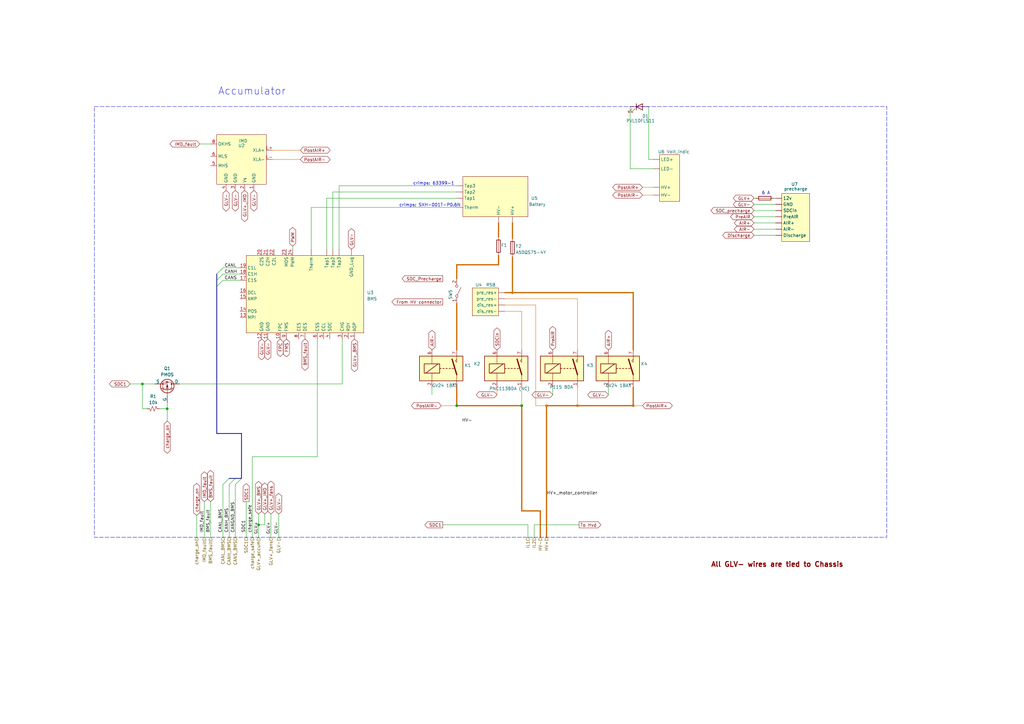
<source format=kicad_sch>
(kicad_sch (version 20231120) (generator "eeschema") (generator_version "8.0")
  (paper "A3")
  (lib_symbols
    (symbol "Device:Fuse" (pin_numbers hide) (pin_names (offset 0))
      (property "Reference" "F" (at 2.032 0 90))
      (property "Value" "Fuse" (at -1.905 0 90))
      (symbol "Fuse_0_1"
        (rectangle (start -0.762 -2.54) (end 0.762 2.54) (stroke (width 0.254)))
        (polyline (pts (xy 0 2.54) (xy 0 -2.54)))
      )
      (symbol "Fuse_1_1"
        (pin passive line (at 0 3.81 270) (length 1.27) (name "~") (number "1"))
        (pin passive line (at 0 -3.81 90) (length 1.27) (name "~") (number "2"))
      )
    )
    (symbol "Device:LED" (pin_numbers hide) (pin_names (offset 1.016) hide)
      (property "Reference" "D" (at 0 2.54 0))
      (property "Value" "LED" (at 0 -2.54 0))
      (symbol "LED_0_1"
        (polyline (pts (xy -1.27 -1.27) (xy -1.27 1.27)) (stroke (width 0.254)))
        (polyline (pts (xy -1.27 0) (xy 1.27 0)))
        (polyline (pts (xy 1.27 -1.27) (xy 1.27 1.27) (xy -1.27 0) (xy 1.27 -1.27)) (stroke (width 0.254)))
        (polyline (pts (xy -3.048 -0.762) (xy -4.572 -2.286) (xy -3.81 -2.286) (xy -4.572 -2.286) (xy -4.572 -1.524)))
        (polyline (pts (xy -1.778 -0.762) (xy -3.302 -2.286) (xy -2.54 -2.286) (xy -3.302 -2.286) (xy -3.302 -1.524)))
      )
      (symbol "LED_1_1"
        (pin passive line (at -3.81 0 0) (length 2.54) (name "K") (number "1"))
        (pin passive line (at 3.81 0 180) (length 2.54) (name "A") (number "2"))
      )
    )
    (symbol "Device:R_Small_US" (pin_numbers hide) (pin_names (offset 0.254) hide)
      (property "Reference" "R" (at 0.762 0.508 0))
      (property "Value" "R_Small_US" (at 0.762 -1.016 0))
      (symbol "R_Small_US_1_1"
        (polyline (pts (xy 0 0) (xy 1.016 -0.381) (xy 0 -0.762) (xy -1.016 -1.143) (xy 0 -1.524)))
        (polyline (pts (xy 0 1.524) (xy 1.016 1.143) (xy 0 0.762) (xy -1.016 0.381) (xy 0 0)))
        (pin passive line (at 0 2.54 270) (length 1.016) (name "~") (number "1"))
        (pin passive line (at 0 -2.54 90) (length 1.016) (name "~") (number "2"))
      )
    )
    (symbol "FSAE:BMS"
      (property "Reference" "U" (at 0 0 0))
      (property "Value" "BMS" (at 0 -3.81 0))
      (symbol "BMS_0_1"
        (rectangle (start -16.51 49.53) (end 15.24 1.27) (fill (type background)))
      )
      (symbol "BMS_1_1"
        (pin bidirectional line (at 17.78 6.35 180) (length 2.54) (name "GND_Lug") (number ""))
        (pin bidirectional line (at 17.78 16.51 180) (length 2.54) (name "Tap1") (number ""))
        (pin bidirectional line (at 17.78 13.97 180) (length 2.54) (name "Tap2") (number ""))
        (pin bidirectional line (at 17.78 11.43 180) (length 2.54) (name "Tap3") (number ""))
        (pin bidirectional line (at 17.78 22.86 180) (length 2.54) (name "Therm") (number ""))
        (pin power_in line (at -19.05 5.08 0) (length 2.54) (name "AOP") (number "1"))
        (pin input line (at -19.05 35.56 0) (length 2.54) (name "FPC") (number "10"))
        (pin bidirectional line (at -19.05 40.64 0) (length 2.54) (name "GND") (number "11"))
        (pin bidirectional line (at -19.05 43.18 0) (length 2.54) (name "GND") (number "12"))
        (pin input line (at -10.16 52.07 270) (length 2.54) (name "MPI") (number "13"))
        (pin input line (at -7.62 52.07 270) (length 2.54) (name "POS") (number "14"))
        (pin output line (at -2.54 52.07 270) (length 2.54) (name "AMP") (number "15"))
        (pin output line (at 0 52.07 270) (length 2.54) (name "DCL") (number "16"))
        (pin bidirectional line (at 5.08 52.07 270) (length 2.54) (name "C1S") (number "17"))
        (pin bidirectional line (at 7.62 52.07 270) (length 2.54) (name "C1H") (number "18"))
        (pin bidirectional line (at 10.16 52.07 270) (length 2.54) (name "C1L") (number "19"))
        (pin power_in line (at -19.05 7.62 0) (length 2.54) (name "RDY") (number "2"))
        (pin bidirectional line (at 17.78 43.18 180) (length 2.54) (name "C2S") (number "20"))
        (pin bidirectional line (at 17.78 40.64 180) (length 2.54) (name "C2H") (number "21"))
        (pin bidirectional line (at 17.78 38.1 180) (length 2.54) (name "C2L") (number "22"))
        (pin output line (at 17.78 33.02 180) (length 2.54) (name "MOS") (number "23"))
        (pin output line (at 17.78 30.48 180) (length 2.54) (name "PWM") (number "24"))
        (pin power_in line (at -19.05 10.16 0) (length 2.54) (name "CHG") (number "3"))
        (pin output line (at -19.05 15.24 0) (length 2.54) (name "SOC") (number "4"))
        (pin output line (at -19.05 17.78 0) (length 2.54) (name "CCL") (number "5"))
        (pin output line (at -19.05 20.32 0) (length 2.54) (name "CSS") (number "6"))
        (pin output line (at -19.05 25.4 0) (length 2.54) (name "DES") (number "7"))
        (pin output line (at -19.05 27.94 0) (length 2.54) (name "CES") (number "8"))
        (pin input line (at -19.05 33.02 0) (length 2.54) (name "FMS") (number "9"))
      )
    )
    (symbol "FSAE:Battery"
      (property "Reference" "U3" (at -13.97 12.7 0))
      (property "Value" "Battery" (at -16.51 15.24 0))
      (symbol "Battery_0_1"
        (rectangle (start -12.7 20.32) (end 13.97 3.81) (fill (type background)))
      )
      (symbol "Battery_1_1"
        (pin bidirectional line (at -6.35 22.86 270) (length 2.54) (name "HV+") (number ""))
        (pin bidirectional line (at -0.635 22.86 270) (length 2.54) (name "HV-") (number ""))
        (pin bidirectional line (at 16.51 12.7 180) (length 2.54) (name "Tap1") (number ""))
        (pin bidirectional line (at 16.51 10.16 180) (length 2.54) (name "Tap2") (number ""))
        (pin bidirectional line (at 16.51 7.62 180) (length 2.54) (name "Tap3") (number ""))
        (pin bidirectional line (at 16.51 16.51 180) (length 2.54) (name "Therm") (number ""))
      )
    )
    (symbol "FSAE:IMD"
      (property "Reference" "U" (at 0 0 0))
      (symbol "IMD_0_1"
        (rectangle (start -8.89 22.86) (end 11.43 2.54) (fill (type background)))
      )
      (symbol "IMD_1_1"
        (pin bidirectional line (at -3.81 25.4 270) (length 2.54) (name "GND") (number "1"))
        (pin power_in line (at 0 25.4 270) (length 2.54) (name "Vs") (number "2"))
        (pin bidirectional line (at 3.81 25.4 270) (length 2.54) (name "GND") (number "3"))
        (pin bidirectional line (at 7.62 25.4 270) (length 2.54) (name "GND") (number "4"))
        (pin output line (at 13.97 15.24 180) (length 2.54) (name "MHS") (number "5"))
        (pin output line (at 13.97 11.43 180) (length 2.54) (name "MLS") (number "6"))
        (pin output line (at 13.97 6.35 180) (length 2.54) (name "OKHS") (number "8"))
        (pin input line (at -11.43 8.89 0) (length 2.54) (name "XLA+") (number "L+"))
        (pin input line (at -11.43 12.7 0) (length 2.54) (name "XLA-") (number "L-"))
      )
    )
    (symbol "Random:Precharge"
      (property "Reference" "U" (at -0.635 8.255 90))
      (symbol "Precharge_1_1"
        (rectangle (start -8.255 6.985) (end 11.43 -4.445) (fill (type background)))
        (pin power_in line (at -6.35 -6.985 90) (length 2.54) (name "12v") (number ""))
        (pin output line (at 3.81 -6.985 90) (length 2.54) (name "AIR+") (number ""))
        (pin output line (at 6.35 -6.985 90) (length 2.54) (name "AIR-") (number ""))
        (pin output line (at 8.89 -6.985 90) (length 2.54) (name "Discharge") (number ""))
        (pin power_in line (at -3.81 -6.985 90) (length 2.54) (name "GND") (number ""))
        (pin output line (at 1.27 -6.985 90) (length 2.54) (name "PreAIR") (number ""))
        (pin input line (at -1.27 -6.985 90) (length 2.54) (name "SDCin") (number ""))
      )
    )
    (symbol "Random:RSB"
      (property "Reference" "U5" (at -5.715 6.985 0))
      (property "Value" "RSB" (at 0.635 6.985 0))
      (symbol "RSB_1_1"
        (rectangle (start -6.985 5.715) (end 3.81 -5.715) (fill (type background)))
        (pin input line (at 6.35 -1.27 180) (length 2.54) (name "dis_res+") (number ""))
        (pin input line (at 6.35 -3.81 180) (length 2.54) (name "dis_res-") (number ""))
        (pin input line (at 6.35 3.81 180) (length 2.54) (name "pre_res+") (number ""))
        (pin input line (at 6.35 1.27 180) (length 2.54) (name "pre_res-") (number ""))
      )
    )
    (symbol "Random:Volt_indic"
      (property "Reference" "U6" (at -11.43 -5.08 90))
      (property "Value" "Volt_indic" (at -11.43 3.81 90))
      (symbol "Volt_indic_1_1"
        (rectangle (start -10.16 4.445) (end 8.89 -3.81) (fill (type background)))
        (pin power_in line (at 3.175 -6.35 90) (length 2.54) (name "HV+") (number ""))
        (pin power_in line (at 6.35 -6.35 90) (length 2.54) (name "HV-") (number ""))
        (pin output line (at -8.255 -6.35 90) (length 2.54) (name "LED+") (number ""))
        (pin output line (at -4.445 -6.35 90) (length 2.54) (name "LED-") (number ""))
      )
    )
    (symbol "Relay:DIPxx-1Axx-11x"
      (property "Reference" "K" (at 8.89 3.81 0))
      (property "Value" "DIPxx-1Axx-11x" (at 8.89 1.27 0))
      (symbol "DIPxx-1Axx-11x_0_0"
        (polyline (pts (xy 5.08 5.08) (xy 5.08 2.54) (xy 4.445 3.175) (xy 5.08 3.81)))
      )
      (symbol "DIPxx-1Axx-11x_0_1"
        (rectangle (start -10.16 5.08) (end 7.62 -5.08) (stroke (width 0.254)) (fill (type background)))
        (rectangle (start -8.255 1.905) (end -1.905 -1.905) (stroke (width 0.254)))
        (polyline (pts (xy -7.62 -1.905) (xy -2.54 1.905)) (stroke (width 0.254)))
        (polyline (pts (xy -5.08 -5.08) (xy -5.08 -1.905)))
        (polyline (pts (xy -5.08 5.08) (xy -5.08 1.905)))
        (polyline (pts (xy -1.905 0) (xy -1.27 0)) (stroke (width 0.254)))
        (polyline (pts (xy -0.635 0) (xy 0 0)) (stroke (width 0.254)))
        (polyline (pts (xy 0.635 0) (xy 1.27 0)) (stroke (width 0.254)))
        (polyline (pts (xy 1.905 0) (xy 2.54 0)) (stroke (width 0.254)))
        (polyline (pts (xy 3.175 0) (xy 3.81 0)) (stroke (width 0.254)))
        (polyline (pts (xy 5.08 -2.54) (xy 3.175 3.81)) (stroke (width 0.508)))
        (polyline (pts (xy 5.08 -2.54) (xy 5.08 -5.08)))
      )
      (symbol "DIPxx-1Axx-11x_1_1"
        (pin passive line (at 5.08 -7.62 90) (length 2.54) (name "~") (number "1"))
        (pin passive line (at 5.08 -7.62 90) (length 2.54) hide (name "~") (number "14"))
        (pin passive line (at -5.08 -7.62 90) (length 2.54) (name "~") (number "2"))
        (pin passive line (at -5.08 7.62 270) (length 2.54) (name "~") (number "6"))
        (pin passive line (at 5.08 7.62 270) (length 2.54) (name "~") (number "7"))
        (pin passive line (at 5.08 7.62 270) (length 2.54) hide (name "~") (number "8"))
      )
    )
    (symbol "Simulation_SPICE:PMOS" (pin_numbers hide) (pin_names (offset 0))
      (property "Reference" "Q" (at 5.08 1.27 0))
      (property "Value" "PMOS" (at 5.08 -1.27 0))
      (symbol "PMOS_0_1"
        (polyline (pts (xy 0.254 0) (xy -2.54 0)))
        (polyline (pts (xy 0.254 1.905) (xy 0.254 -1.905)) (stroke (width 0.254)))
        (polyline (pts (xy 0.762 -1.27) (xy 0.762 -2.286)) (stroke (width 0.254)))
        (polyline (pts (xy 0.762 0.508) (xy 0.762 -0.508)) (stroke (width 0.254)))
        (polyline (pts (xy 0.762 2.286) (xy 0.762 1.27)) (stroke (width 0.254)))
        (polyline (pts (xy 2.54 2.54) (xy 2.54 1.778)))
        (polyline (pts (xy 2.54 -2.54) (xy 2.54 0) (xy 0.762 0)))
        (polyline (pts (xy 0.762 1.778) (xy 3.302 1.778) (xy 3.302 -1.778) (xy 0.762 -1.778)))
        (polyline (pts (xy 2.286 0) (xy 1.27 0.381) (xy 1.27 -0.381) (xy 2.286 0)) (fill (type outline)))
        (polyline (pts (xy 2.794 -0.508) (xy 2.921 -0.381) (xy 3.683 -0.381) (xy 3.81 -0.254)))
        (polyline (pts (xy 3.302 -0.381) (xy 2.921 0.254) (xy 3.683 0.254) (xy 3.302 -0.381)))
        (circle (center 1.651 0) (radius 2.794) (stroke (width 0.254)))
        (circle (center 2.54 -1.778) (radius 0.254) (fill (type outline)))
        (circle (center 2.54 1.778) (radius 0.254) (fill (type outline)))
      )
      (symbol "PMOS_1_1"
        (pin passive line (at 2.54 5.08 270) (length 2.54) (name "D") (number "1"))
        (pin input line (at -5.08 0 0) (length 2.54) (name "G") (number "2"))
        (pin passive line (at 2.54 -5.08 90) (length 2.54) (name "S") (number "3"))
      )
    )
    (symbol "Switch:SW_SPST" (pin_names (offset 0) hide)
      (property "Reference" "SW" (at 0 3.175 0))
      (property "Value" "SW_SPST" (at 0 -2.54 0))
      (symbol "SW_SPST_0_0"
        (circle (center -2.032 0) (radius 0.508))
        (polyline (pts (xy -1.524 0.254) (xy 1.524 1.778)))
        (circle (center 2.032 0) (radius 0.508))
      )
      (symbol "SW_SPST_1_1"
        (pin passive line (at -5.08 0 0) (length 2.54) (name "A") (number "1"))
        (pin passive line (at 5.08 0 180) (length 2.54) (name "B") (number "2"))
      )
    )
  )
  (junction (at 236.855 166.37) (color 204 102 0 1))
  (junction (at 106.045 215.265))
  (junction (at 68.58 167.64))
  (junction (at 213.995 166.37))
  (junction (at 224.155 166.37) (color 204 102 0 1))
  (junction (at 187.325 166.37))
  (junction (at 259.715 166.37) (color 204 102 0 1))
  (junction (at 210.185 120.015) (color 204 102 0 1))
  (junction (at 58.42 157.48))
  (bus_entry (at 93.98 196.215) (size -2.54 2.54))
  (bus_entry (at 91.44 109.855) (size -2.54 2.54))
  (bus_entry (at 96.52 198.755) (size 2.54 -2.54))
  (bus_entry (at 96.52 196.215) (size -2.54 2.54))
  (bus_entry (at 91.44 114.935) (size -2.54 2.54))
  (bus_entry (at 91.44 112.395) (size -2.54 2.54))
  (wire (pts (xy 213.995 209.55) (xy 213.995 166.37)) (stroke (width 0.508) (color 204 102 0 1)))
  (wire (pts (xy 187.325 166.37) (xy 213.995 166.37)) (stroke (width 0.508) (color 204 102 0 1)))
  (wire (pts (xy 136.525 78.74) (xy 187.325 78.74)))
  (wire (pts (xy 263.525 80.01) (xy 267.97 80.01)) (stroke (width 0) (color 204 102 0 1)))
  (wire (pts (xy 317.5 81.28) (xy 318.135 81.28)))
  (bus (pts (xy 88.9 117.475) (xy 88.9 177.8)))
  (wire (pts (xy 91.44 198.755) (xy 91.44 220.345)))
  (wire (pts (xy 226.695 161.925) (xy 226.695 158.75)))
  (bus (pts (xy 99.06 196.215) (xy 99.06 177.8)))
  (wire (pts (xy 68.58 165.1) (xy 68.58 167.64)))
  (wire (pts (xy 111.125 210.82) (xy 111.125 220.345)))
  (wire (pts (xy 210.185 105.41) (xy 210.185 120.015)) (stroke (width 0.508) (color 204 102 0 1)))
  (wire (pts (xy 224.155 166.37) (xy 236.855 166.37)) (stroke (width 0.508) (color 204 102 0 1)))
  (wire (pts (xy 224.155 166.37) (xy 224.155 220.345)) (stroke (width 0.508) (color 204 102 0 1)))
  (wire (pts (xy 127.635 85.09) (xy 127.635 102.235)))
  (wire (pts (xy 207.01 125.095) (xy 219.71 125.095)) (stroke (width 0) (color 204 102 0 1)))
  (wire (pts (xy 114.3 210.82) (xy 114.3 220.345)))
  (wire (pts (xy 81.915 59.055) (xy 86.36 59.055)))
  (wire (pts (xy 210.185 120.015) (xy 259.715 120.015)) (stroke (width 0.508) (color 204 102 0 1)))
  (wire (pts (xy 133.985 81.28) (xy 187.325 81.28)))
  (wire (pts (xy 187.325 108.585) (xy 187.325 114.3)) (stroke (width 0.508) (color 204 102 0 1)))
  (bus (pts (xy 88.9 112.395) (xy 88.9 114.935)))
  (wire (pts (xy 91.44 112.395) (xy 98.425 112.395)))
  (wire (pts (xy 204.47 108.585) (xy 204.47 104.775)) (stroke (width 0.508) (color 204 102 0 1)))
  (wire (pts (xy 108.585 215.265) (xy 106.045 215.265)))
  (wire (pts (xy 91.44 109.855) (xy 98.425 109.855)))
  (wire (pts (xy 58.42 167.64) (xy 60.325 167.64)))
  (wire (pts (xy 130.175 139.065) (xy 130.175 187.325)))
  (wire (pts (xy 309.245 91.44) (xy 318.135 91.44)))
  (wire (pts (xy 309.245 86.36) (xy 318.135 86.36)))
  (wire (pts (xy 180.975 166.37) (xy 187.325 166.37)) (stroke (width 0) (color 204 102 0 1)))
  (wire (pts (xy 91.44 114.935) (xy 98.425 114.935)))
  (wire (pts (xy 221.615 209.55) (xy 221.615 220.345)) (stroke (width 0.508) (color 204 102 0 1)))
  (wire (pts (xy 236.855 122.555) (xy 236.855 143.51)) (stroke (width 0) (color 204 102 0 1)))
  (bus (pts (xy 99.06 177.8) (xy 88.9 177.8)))
  (wire (pts (xy 63.5 157.48) (xy 58.42 157.48)))
  (wire (pts (xy 58.42 157.48) (xy 53.34 157.48)))
  (wire (pts (xy 96.52 198.755) (xy 96.52 220.345)))
  (wire (pts (xy 136.525 78.74) (xy 136.525 102.235)))
  (wire (pts (xy 210.185 91.44) (xy 210.185 97.79)) (stroke (width 0.508) (color 204 102 0 1)))
  (wire (pts (xy 68.58 167.64) (xy 68.58 172.72)))
  (wire (pts (xy 259.715 143.51) (xy 259.715 120.015)) (stroke (width 0.508) (color 204 102 0 1)))
  (wire (pts (xy 258.445 69.215) (xy 267.97 69.215)))
  (wire (pts (xy 236.855 166.37) (xy 236.855 158.75)) (stroke (width 0) (color 204 102 0 1)))
  (wire (pts (xy 309.245 83.82) (xy 318.135 83.82)))
  (wire (pts (xy 103.505 187.325) (xy 103.505 220.345)))
  (wire (pts (xy 187.325 108.585) (xy 204.47 108.585)) (stroke (width 0.508) (color 204 102 0 1)))
  (bus (pts (xy 96.52 196.215) (xy 99.06 196.215)))
  (wire (pts (xy 130.175 187.325) (xy 103.505 187.325)))
  (wire (pts (xy 140.335 157.48) (xy 140.335 139.065)))
  (wire (pts (xy 203.835 158.75) (xy 203.835 161.925)) (stroke (width 0) (color 204 102 0 1)))
  (wire (pts (xy 259.715 158.75) (xy 259.715 166.37)) (stroke (width 0.508) (color 204 102 0 1)))
  (wire (pts (xy 263.525 76.835) (xy 267.97 76.835)) (stroke (width 0) (color 204 102 0 1)))
  (wire (pts (xy 219.075 215.265) (xy 219.075 220.345)))
  (wire (pts (xy 181.61 215.265) (xy 216.535 215.265)))
  (wire (pts (xy 207.01 122.555) (xy 236.855 122.555)) (stroke (width 0) (color 204 102 0 1)))
  (wire (pts (xy 249.555 158.75) (xy 249.555 161.925)))
  (wire (pts (xy 213.995 127.635) (xy 207.01 127.635)) (stroke (width 0) (color 204 102 0 1)))
  (wire (pts (xy 259.715 166.37) (xy 236.855 166.37)) (stroke (width 0.508) (color 204 102 0 1)))
  (wire (pts (xy 221.615 209.55) (xy 213.995 209.55)) (stroke (width 0.508) (color 204 102 0 1)))
  (wire (pts (xy 309.245 88.9) (xy 318.135 88.9)))
  (wire (pts (xy 259.715 166.37) (xy 263.525 166.37)) (stroke (width 0) (color 204 102 0 1)))
  (wire (pts (xy 309.245 81.28) (xy 309.88 81.28)))
  (wire (pts (xy 73.66 157.48) (xy 140.335 157.48)))
  (wire (pts (xy 266.065 43.815) (xy 266.065 65.405)))
  (wire (pts (xy 106.045 210.82) (xy 106.045 215.265)))
  (wire (pts (xy 187.325 124.46) (xy 187.325 143.51)) (stroke (width 0.508) (color 204 102 0 1)))
  (wire (pts (xy 139.065 76.2) (xy 187.325 76.2)))
  (wire (pts (xy 58.42 157.48) (xy 58.42 167.64)))
  (wire (pts (xy 80.645 211.455) (xy 80.645 220.345)))
  (wire (pts (xy 207.01 120.015) (xy 210.185 120.015)) (stroke (width 0.508) (color 204 102 0 1)))
  (wire (pts (xy 309.245 96.52) (xy 318.135 96.52)))
  (bus (pts (xy 88.9 114.935) (xy 88.9 117.475)))
  (wire (pts (xy 86.36 205.74) (xy 86.36 220.345)))
  (wire (pts (xy 204.47 91.44) (xy 204.47 97.155)) (stroke (width 0.508) (color 204 102 0 1)))
  (wire (pts (xy 224.155 166.37) (xy 219.71 166.37)) (stroke (width 0) (color 204 102 0 1)))
  (wire (pts (xy 111.76 61.595) (xy 123.19 61.595)) (stroke (width 0) (color 204 102 0 1)))
  (wire (pts (xy 106.045 215.265) (xy 106.045 220.345)))
  (wire (pts (xy 120.015 100.965) (xy 120.015 102.235)))
  (wire (pts (xy 100.965 205.74) (xy 100.965 220.345)))
  (wire (pts (xy 219.71 125.095) (xy 219.71 166.37)) (stroke (width 0) (color 204 102 0 1)))
  (wire (pts (xy 65.405 167.64) (xy 68.58 167.64)))
  (wire (pts (xy 177.165 158.75) (xy 177.165 161.925)))
  (wire (pts (xy 309.245 93.98) (xy 318.135 93.98)))
  (wire (pts (xy 219.075 215.265) (xy 237.49 215.265)))
  (wire (pts (xy 127.635 85.09) (xy 187.325 85.09)))
  (wire (pts (xy 258.445 69.215) (xy 258.445 43.815)))
  (wire (pts (xy 123.19 65.405) (xy 111.76 65.405)) (stroke (width 0) (color 204 102 0 1)))
  (wire (pts (xy 108.585 210.82) (xy 108.585 215.265)))
  (wire (pts (xy 139.065 102.235) (xy 139.065 76.2)))
  (wire (pts (xy 213.995 166.37) (xy 213.995 158.75)) (stroke (width 0) (color 204 102 0 1)))
  (wire (pts (xy 213.995 143.51) (xy 213.995 127.635)) (stroke (width 0) (color 204 102 0 1)))
  (wire (pts (xy 93.98 198.755) (xy 93.98 220.345)))
  (wire (pts (xy 133.985 102.235) (xy 133.985 81.28)))
  (wire (pts (xy 266.065 65.405) (xy 267.97 65.405)))
  (wire (pts (xy 83.82 205.74) (xy 83.82 220.345)))
  (wire (pts (xy 216.535 215.265) (xy 216.535 220.345)))
  (wire (pts (xy 187.325 158.75) (xy 187.325 166.37)) (stroke (width 0.508) (color 204 102 0 1)))
  (bus (pts (xy 93.98 196.215) (xy 96.52 196.215)))
  (rectangle (start 38.735 43.688) (end 363.728 220.345) (stroke (width 0) (type dash)))
  (text "crimps: 63399-1" (at 169.418 76.073 0) (effects (font (size 1.27 1.27)) (justify left bottom)))
  (text "crimps: SXH-001T-P0.6N\n" (at 163.703 84.963 0) (effects (font (size 1.27 1.27)) (justify left bottom)))
  (text "Accumulator\n" (at 89.408 39.243 0) (effects (font (size 3 3)) (justify left bottom)))
  (text "All GLV- wires are tied to Chassis" (at 318.77 231.648 0) (effects (font (size 2.032 2.032) (thickness 0.4064) (bold yes))))
  (text "6 A\n" (at 312.42 80.01 0) (effects (font (size 1.27 1.27)) (justify left bottom)))
  (label "HV-" (at 193.675 173.355 180))
  (label "CANS" (at 92.075 114.935 0))
  (label "GLV+" (at 106.045 219.075 90))
  (label "CANL_BMS" (at 91.44 218.44 90))
  (label "IMD_fault" (at 83.82 218.44 90))
  (label "SDC1" (at 100.965 218.44 90))
  (label "CANH_BMS" (at 93.98 218.44 90))
  (label "charge_safe" (at 103.505 218.44 90))
  (label "BMS_fault" (at 86.36 218.44 90))
  (label "CANH" (at 92.075 112.395 0))
  (label "GLV-" (at 114.3 219.075 90))
  (label "HV+_motor_controller" (at 224.155 203.2 0))
  (label "GLV+" (at 111.125 219.075 90))
  (label "CANGND_BMS" (at 96.52 218.44 90))
  (label "CANL" (at 92.075 109.855 0))
  (global_label "IMD_fault" (shape bidirectional) (at 81.915 59.055 180) (property "Intersheetrefs" "${INTERSHEET_REFS}" (effects (hide yes))))
  (global_label "charge_on" (shape bidirectional) (at 80.645 211.455 90) (property "Intersheetrefs" "${INTERSHEET_REFS}" (effects (hide yes))))
  (global_label "PostAIR-" (shape bidirectional) (at 180.975 166.37 180) (property "Intersheetrefs" "${INTERSHEET_REFS}" (effects (hide yes))))
  (global_label "SDC1" (shape bidirectional) (at 53.34 157.48 180) (property "Intersheetrefs" "${INTERSHEET_REFS}" (effects (hide yes))))
  (global_label "AIR-" (shape bidirectional) (at 177.165 143.51 90) (property "Intersheetrefs" "${INTERSHEET_REFS}" (effects (hide yes))))
  (global_label "FMS" (shape bidirectional) (at 117.475 139.065 270) (property "Intersheetrefs" "${INTERSHEET_REFS}" (effects (hide yes))))
  (global_label "IMD_fault" (shape bidirectional) (at 83.82 205.74 90) (property "Intersheetrefs" "${INTERSHEET_REFS}" (effects (hide yes))))
  (global_label "GLV-" (shape bidirectional) (at 203.835 161.925 180) (property "Intersheetrefs" "${INTERSHEET_REFS}" (effects (hide yes))))
  (global_label "GLV-" (shape bidirectional) (at 96.52 78.105 270) (property "Intersheetrefs" "${INTERSHEET_REFS}" (effects (hide yes))))
  (global_label "GLV-" (shape bidirectional) (at 309.245 83.82 180) (property "Intersheetrefs" "${INTERSHEET_REFS}" (effects (hide yes))))
  (global_label "AIR+" (shape bidirectional) (at 309.245 91.44 180) (property "Intersheetrefs" "${INTERSHEET_REFS}" (effects (hide yes))))
  (global_label "GLV-" (shape bidirectional) (at 114.3 210.82 90) (property "Intersheetrefs" "${INTERSHEET_REFS}" (effects (hide yes))))
  (global_label "GLV+_BMS" (shape bidirectional) (at 145.415 139.065 270) (property "Intersheetrefs" "${INTERSHEET_REFS}" (effects (hide yes))))
  (global_label "SDC_precharge" (shape bidirectional) (at 309.245 86.36 180) (property "Intersheetrefs" "${INTERSHEET_REFS}" (effects (hide yes))))
  (global_label "AIR+" (shape bidirectional) (at 249.555 143.51 90) (property "Intersheetrefs" "${INTERSHEET_REFS}" (effects (hide yes))))
  (global_label "FPC" (shape bidirectional) (at 114.935 139.065 270) (property "Intersheetrefs" "${INTERSHEET_REFS}" (effects (hide yes))))
  (global_label "To Hvd" (shape output) (at 237.49 215.265 0) (property "Intersheetrefs" "${INTERSHEET_REFS}" (effects (hide yes))))
  (global_label "PreAIR" (shape bidirectional) (at 226.695 143.51 90) (property "Intersheetrefs" "${INTERSHEET_REFS}" (effects (hide yes))))
  (global_label "PostAIR+" (shape bidirectional) (at 263.525 166.37 0) (property "Intersheetrefs" "${INTERSHEET_REFS}" (effects (hide yes))))
  (global_label "SDC1" (shape output) (at 100.965 205.74 90) (property "Intersheetrefs" "${INTERSHEET_REFS}" (effects (hide yes))))
  (global_label "From HV connector" (shape output) (at 181.61 123.825 180) (property "Intersheetrefs" "${INTERSHEET_REFS}" (effects (hide yes))))
  (global_label "PWM" (shape bidirectional) (at 120.015 100.965 90) (property "Intersheetrefs" "${INTERSHEET_REFS}" (effects (hide yes))))
  (global_label "GLV-" (shape bidirectional) (at 249.555 161.925 180) (property "Intersheetrefs" "${INTERSHEET_REFS}" (effects (hide yes))))
  (global_label "GLV+_IMD" (shape bidirectional) (at 100.33 78.105 270) (property "Intersheetrefs" "${INTERSHEET_REFS}" (effects (hide yes))))
  (global_label "PostAIR-" (shape bidirectional) (at 263.525 80.01 180) (property "Intersheetrefs" "${INTERSHEET_REFS}" (effects (hide yes))))
  (global_label "PostAIR-" (shape bidirectional) (at 123.19 65.405 0) (property "Intersheetrefs" "${INTERSHEET_REFS}" (effects (hide yes))))
  (global_label "PreAIR" (shape bidirectional) (at 309.245 88.9 180) (property "Intersheetrefs" "${INTERSHEET_REFS}" (effects (hide yes))))
  (global_label "GLV-" (shape bidirectional) (at 107.315 139.065 270) (property "Intersheetrefs" "${INTERSHEET_REFS}" (effects (hide yes))))
  (global_label "GLV+_BMS" (shape bidirectional) (at 106.045 210.82 90) (property "Intersheetrefs" "${INTERSHEET_REFS}" (effects (hide yes))))
  (global_label "BMS_fault" (shape bidirectional) (at 86.36 205.74 90) (property "Intersheetrefs" "${INTERSHEET_REFS}" (effects (hide yes))))
  (global_label "GLV-" (shape bidirectional) (at 92.71 78.105 270) (property "Intersheetrefs" "${INTERSHEET_REFS}" (effects (hide yes))))
  (global_label "Discharge" (shape bidirectional) (at 309.245 96.52 180) (property "Intersheetrefs" "${INTERSHEET_REFS}" (effects (hide yes))))
  (global_label "GLV-" (shape bidirectional) (at 226.695 161.925 180) (property "Intersheetrefs" "${INTERSHEET_REFS}" (effects (hide yes))))
  (global_label "SDCin" (shape bidirectional) (at 203.835 143.51 90) (property "Intersheetrefs" "${INTERSHEET_REFS}" (effects (hide yes))))
  (global_label "PostAIR+" (shape bidirectional) (at 123.19 61.595 0) (property "Intersheetrefs" "${INTERSHEET_REFS}" (effects (hide yes))))
  (global_label "GLV-" (shape bidirectional) (at 104.14 78.105 270) (property "Intersheetrefs" "${INTERSHEET_REFS}" (effects (hide yes))))
  (global_label "SDC_Precharge" (shape output) (at 181.61 114.3 180) (property "Intersheetrefs" "${INTERSHEET_REFS}" (effects (hide yes))))
  (global_label "GLV+_fans" (shape bidirectional) (at 111.125 210.82 90) (property "Intersheetrefs" "${INTERSHEET_REFS}" (effects (hide yes))))
  (global_label "GLV+_IMD" (shape bidirectional) (at 108.585 210.82 90) (property "Intersheetrefs" "${INTERSHEET_REFS}" (effects (hide yes))))
  (global_label "charge_on" (shape bidirectional) (at 68.58 172.72 270) (property "Intersheetrefs" "${INTERSHEET_REFS}" (effects (hide yes))))
  (global_label "AIR-" (shape bidirectional) (at 309.245 93.98 180) (property "Intersheetrefs" "${INTERSHEET_REFS}" (effects (hide yes))))
  (global_label "BMS_fault" (shape bidirectional) (at 125.095 139.065 270) (property "Intersheetrefs" "${INTERSHEET_REFS}" (effects (hide yes))))
  (global_label "PostAIR+" (shape bidirectional) (at 263.525 76.835 180) (property "Intersheetrefs" "${INTERSHEET_REFS}" (effects (hide yes))))
  (global_label "GLV-" (shape bidirectional) (at 109.855 139.065 270) (property "Intersheetrefs" "${INTERSHEET_REFS}" (effects (hide yes))))
  (global_label "GLV+" (shape bidirectional) (at 309.245 81.28 180) (property "Intersheetrefs" "${INTERSHEET_REFS}" (effects (hide yes))))
  (global_label "GLV-" (shape bidirectional) (at 144.145 102.235 90) (property "Intersheetrefs" "${INTERSHEET_REFS}" (effects (hide yes))))
  (global_label "SDC1" (shape output) (at 181.61 215.265 180) (property "Intersheetrefs" "${INTERSHEET_REFS}" (effects (hide yes))))
  (hierarchical_label "IL2" (shape input) (at 219.075 220.345 270))
  (hierarchical_label "GLV+_accum" (shape input) (at 106.045 220.345 270))
  (hierarchical_label "charge_safe" (shape input) (at 103.505 220.345 270))
  (hierarchical_label "HV+" (shape input) (at 224.155 220.345 270))
  (hierarchical_label "CANS_BMS" (shape input) (at 96.52 220.345 270))
  (hierarchical_label "IMD_fault" (shape input) (at 83.82 220.345 270))
  (hierarchical_label "BMS_fault" (shape input) (at 86.36 220.345 270))
  (hierarchical_label "charge_on" (shape input) (at 80.645 220.345 270))
  (hierarchical_label "GLV+_fans" (shape input) (at 111.125 220.345 270))
  (hierarchical_label "IL1" (shape input) (at 216.535 220.345 270))
  (hierarchical_label "GLV-" (shape input) (at 114.3 220.345 270))
  (hierarchical_label "CANH_BMS" (shape input) (at 93.98 220.345 270))
  (hierarchical_label "SDC1" (shape input) (at 100.965 220.345 270))
  (hierarchical_label "HV-" (shape input) (at 221.615 220.345 270))
  (hierarchical_label "CANL_BMS" (shape input) (at 91.44 220.2688 270))
  (symbol (lib_id "Switch:SW_SPST") (at 187.325 119.38 270) (mirror x) (unit 1)
    (property "Reference" "SW5" (at 184.785 118.745 0) (effects (justify right)))
    (property "Value" "2843011" (effects (hide yes)))
    (instances (project "Electrical_system" (path "" (reference "SW5") (unit 1))) (project "Accumulator_t_2" (path "" (reference "SW7") (unit 1))) (project "checkbox" (path "" (reference "SW4") (unit 1))) (project "checkbox" (path "" (reference "SW5") (unit 1))) (project "Electrical_system_rev2" (path "" (reference "HVD1") (unit 1))) (project "SDC_Schematic" (path "" (reference "SW1") (unit 1))))
  )
  (symbol (lib_id "FSAE:BMS") (at 150.495 120.015 90) (unit 1)
    (property "Reference" "U3" (at 150.495 120.015 90) (effects (justify right)))
    (property "Value" "BMS" (at 150.495 122.555 90) (effects (justify right)))
    (instances (project "Electrical_system" (path "" (reference "U3") (unit 1))) (project "Accumulator_t_2" (path "" (reference "U2") (unit 1))) (project "Charging_v2" (path "" (reference "U10") (unit 1))) (project "checkbox" (path "" (reference "U4") (unit 1))) (project "Accumulator_c" (path "" (reference "U5") (unit 1))) (project "Electrical_system_rev2" (path "" (reference "U10") (unit 1))) (project "Accumlator_t" (path "" (reference "U5") (unit 1))))
  )
  (symbol (lib_id "Relay:DIPxx-1Axx-11x") (at 182.245 151.13 0) (unit 1)
    (property "Reference" "K1" (at 190.5 149.86 0) (effects (justify left)))
    (property "Value" "GV24 1BAX" (at 177.165 158.115 0) (effects (justify left)))
    (property "Footprint" "Relay_THT:Relay_StandexMeder_DIP_LowProfile" (effects (hide yes)))
    (property "Datasheet" "https://www.sensata.com/sites/default/files/a/sensata-gigavac-gv24-sereies-800v-contactors-datasheet.pdf" (effects (hide yes)))
    (instances (project "Electrical_system" (path "" (reference "K1") (unit 1))) (project "Accumulator_t_2" (path "" (reference "K2") (unit 1))) (project "Charging_v2" (path "" (reference "K1") (unit 1))) (project "checkbox" (path "" (reference "K1") (unit 1))) (project "Accumulator_c" (path "" (reference "K9") (unit 1))) (project "Electrical_system_rev2" (path "" (reference "K1") (unit 1))) (project "Accumlator_t" (path "" (reference "K9") (unit 1))) (project "SDC_Charging" (path "" (reference "K1") (unit 1))))
  )
  (symbol (lib_id "Device:Fuse") (at 204.47 100.965 0) (unit 1)
    (property "Reference" "F1" (at 205.486 100.584 0) (effects (justify left)))
    (property "Value" "A50QS75-4Y" (effects (hide yes)))
    (instances (project "Electrical_system" (path "" (reference "F1") (unit 1))) (project "Accumulator_t_2" (path "" (reference "F1") (unit 1))) (project "Charging_v2" (path "" (reference "F2") (unit 1))) (project "checkbox" (path "" (reference "F1") (unit 1))) (project "Accumulator_c" (path "" (reference "F4") (unit 1))) (project "Electrical_system_rev2" (path "" (reference "F1") (unit 1))) (project "Accumlator_t" (path "" (reference "F4") (unit 1))))
  )
  (symbol (lib_id "Relay:DIPxx-1Axx-11x") (at 254.635 151.13 0) (unit 1)
    (property "Reference" "K4" (at 262.89 149.225 0) (effects (justify left)))
    (property "Value" "GV24 1BAX" (at 248.285 158.115 0) (effects (justify left)))
    (property "Footprint" "Relay_THT:Relay_StandexMeder_DIP_LowProfile" (effects (hide yes)))
    (property "Datasheet" "https://www.sensata.com/sites/default/files/a/sensata-gigavac-gv24-sereies-800v-contactors-datasheet.pdf" (effects (hide yes)))
    (instances (project "Electrical_system" (path "" (reference "K4") (unit 1))) (project "Accumulator_t_2" (path "" (reference "K1") (unit 1))) (project "Charging_v2" (path "" (reference "K2") (unit 1))) (project "checkbox" (path "" (reference "K4") (unit 1))) (project "Accumulator_c" (path "" (reference "K7") (unit 1))) (project "Electrical_system_rev2" (path "" (reference "K4") (unit 1))) (project "Accumlator_t" (path "" (reference "K7") (unit 1))) (project "SDC_Charging" (path "" (reference "K2") (unit 1))))
  )
  (symbol (lib_id "Relay:DIPxx-1Axx-11x") (at 208.915 151.13 0) (unit 1)
    (property "Reference" "K2" (at 194.31 149.225 0) (effects (justify left)))
    (property "Value" "PNC113BDA (NC)" (at 200.66 159.385 0) (effects (justify left)))
    (property "Footprint" "Relay_THT:Relay_StandexMeder_DIP_LowProfile" (effects (hide yes)))
    (property "Datasheet" "https://www.sensata.com/sites/default/files/a/sensata-gigavac-gv24-sereies-800v-contactors-datasheet.pdf" (effects (hide yes)))
    (instances (project "Electrical_system" (path "" (reference "K2") (unit 1))) (project "Accumulator_t_2" (path "" (reference "K4") (unit 1))) (project "Charging_v2" (path "" (reference "K5") (unit 1))) (project "checkbox" (path "" (reference "K2") (unit 1))) (project "Accumulator_c" (path "" (reference "K6") (unit 1))) (project "Electrical_system_rev2" (path "" (reference "K2") (unit 1))) (project "Accumlator_t" (path "" (reference "K6") (unit 1))) (project "SDC_Charging" (path "" (reference "K4") (unit 1))))
  )
  (symbol (lib_id "Random:RSB") (at 200.66 123.825 0) (unit 1)
    (property "Reference" "U4" (at 194.945 116.84 0) (effects (justify left)))
    (property "Value" "RSB" (at 201.295 116.84 0))
    (instances (project "Electrical_system" (path "" (reference "U4") (unit 1))) (project "Accumulator_t_2" (path "" (reference "U5") (unit 1))) (project "checkbox" (path "" (reference "U7") (unit 1))) (project "Electrical_system_rev2" (path "" (reference "U11") (unit 1))))
  )
  (symbol (lib_id "Device:Fuse") (at 210.185 101.6 0) (unit 1)
    (property "Reference" "F2" (at 211.455 100.965 0) (effects (justify left)))
    (property "Value" "A50QS75-4Y" (at 211.455 103.505 0) (effects (justify left)))
    (instances (project "Electrical_system" (path "" (reference "F2") (unit 1))) (project "Accumulator_t_2" (path "" (reference "F1") (unit 1))) (project "Charging_v2" (path "" (reference "F2") (unit 1))) (project "checkbox" (path "" (reference "F2") (unit 1))) (project "Accumulator_c" (path "" (reference "F4") (unit 1))) (project "Electrical_system_rev2" (path "" (reference "F2") (unit 1))) (project "Accumlator_t" (path "" (reference "F4") (unit 1))))
  )
  (symbol (lib_id "FSAE:IMD") (at 100.33 52.705 180) (unit 1)
    (property "Reference" "U2" (at 99.06 59.69 0))
    (property "Value" "IMD" (at 99.695 57.785 0))
    (instances (project "Electrical_system" (path "" (reference "U2") (unit 1))) (project "Accumulator_t_2" (path "" (reference "U1") (unit 1))) (project "Charging_v2" (path "" (reference "U7") (unit 1))) (project "checkbox" (path "" (reference "U3") (unit 1))) (project "Accumulator_c" (path "" (reference "U3") (unit 1))) (project "Electrical_system_rev2" (path "" (reference "U9") (unit 1))) (project "Accumlator_t" (path "" (reference "U3") (unit 1))))
  )
  (symbol (lib_id "FSAE:Battery") (at 203.835 68.58 180) (unit 1)
    (property "Reference" "U5" (at 217.805 81.28 0) (effects (justify right)))
    (property "Value" "Battery" (at 220.345 83.82 0))
    (instances (project "Electrical_system" (path "" (reference "U5") (unit 1))) (project "Accumulator_t_2" (path "" (reference "U3") (unit 1))) (project "Charging_v2" (path "" (reference "U8") (unit 1))) (project "checkbox" (path "" (reference "U8") (unit 1))) (project "Accumulator_c" (path "" (reference "U8") (unit 1))) (project "Electrical_system_rev2" (path "" (reference "U12") (unit 1))) (project "Accumlator_t" (path "" (reference "U8") (unit 1))))
  )
  (symbol (lib_id "Device:Fuse") (at 313.69 81.28 90) (unit 1)
    (property "Reference" "F3" (effects (hide yes)))
    (property "Value" "Fuse" (effects (hide yes)))
  )
  (symbol (lib_id "Relay:DIPxx-1Axx-11x") (at 231.775 151.13 0) (unit 1)
    (property "Reference" "K3" (at 240.665 149.8599 0) (effects (justify left)))
    (property "Value" "P115 BDA" (at 225.425 158.75 0) (effects (justify left)))
    (property "Footprint" "Relay_THT:Relay_StandexMeder_DIP_LowProfile" (effects (hide yes)))
    (property "Datasheet" "https://www.sensata.com/sites/default/files/a/sensata-gigavac-gv24-sereies-800v-contactors-datasheet.pdf" (effects (hide yes)))
    (instances (project "Electrical_system" (path "" (reference "K3") (unit 1))) (project "Accumulator_t_2" (path "" (reference "K3") (unit 1))) (project "Charging_v2" (path "" (reference "K5") (unit 1))) (project "checkbox" (path "" (reference "K3") (unit 1))) (project "Accumulator_c" (path "" (reference "K6") (unit 1))) (project "Electrical_system_rev2" (path "" (reference "K3") (unit 1))) (project "Accumlator_t" (path "" (reference "K6") (unit 1))) (project "SDC_Charging" (path "" (reference "K4") (unit 1))))
  )
  (symbol (lib_id "Random:Precharge") (at 325.12 87.63 270) (unit 1)
    (property "Reference" "U7" (at 324.485 75.565 90) (effects (justify left)))
    (property "Value" "precharge" (at 326.39 77.47 90))
    (instances (project "Electrical_system" (path "" (reference "U7") (unit 1))) (project "Accumulator_t_2" (path "" (reference "U8") (unit 1))) (project "checkbox" (path "" (reference "U10") (unit 1))) (project "Electrical_system_rev2" (path "" (reference "U14") (unit 1))))
  )
  (symbol (lib_id "Simulation_SPICE:PMOS") (at 68.58 160.02 270) (mirror x) (unit 1)
    (property "Reference" "Q1" (at 68.58 151.13 90))
    (property "Value" "PMOS" (at 68.58 153.67 90))
    (property "Datasheet" "https://ngspice.sourceforge.io/docs/ngspice-manual.pdf" (effects (hide yes)))
    (property "Sim.Device" "PMOS" (effects (hide yes)))
    (property "Sim.Type" "VDMOS" (effects (hide yes)))
    (property "Sim.Pins" "1=D 2=G 3=S" (effects (hide yes)))
  )
  (symbol (lib_id "Random:Volt_indic") (at 274.32 73.66 270) (unit 1)
    (property "Reference" "U6" (at 269.875 62.23 90) (effects (justify left)))
    (property "Value" "Volt_indic" (at 278.13 62.23 90))
    (instances (project "Electrical_system" (path "" (reference "U6") (unit 1))) (project "Accumulator_t_2" (path "" (reference "U6") (unit 1))) (project "checkbox" (path "" (reference "U9") (unit 1))) (project "Electrical_system_rev2" (path "" (reference "U13") (unit 1))))
  )
  (symbol (lib_id "Device:R_Small_US") (at 62.865 167.64 90) (mirror x) (unit 1)
    (property "Reference" "R1" (at 62.865 162.56 90))
    (property "Value" "10k" (at 62.865 165.1 90))
    (instances (project "Electrical_system" (path "" (reference "R1") (unit 1))) (project "checkbox" (path "" (reference "R3") (unit 1))) (project "Electrical_system_rev2" (path "" (reference "R1") (unit 1))))
  )
  (symbol (lib_id "Device:LED") (at 262.255 43.815 0) (unit 1)
    (property "Reference" "D1" (at 266.065 47.625 0) (effects (justify right)))
    (property "Value" "PVL10FLS11" (at 268.605 49.53 0) (effects (justify right)))
    (property "Footprint" "LED_THT:LED_D3.0mm" (effects (hide yes)))
    (instances (project "Electrical_system" (path "" (reference "D1") (unit 1))) (project "Accumulator_t_2" (path "" (reference "D1") (unit 1))) (project "Charging_v2" (path "" (reference "D3") (unit 1))) (project "checkbox" (path "" (reference "D3") (unit 1))) (project "Accumulator_c" (path "" (reference "D12") (unit 1))) (project "Electrical_system_rev2" (path "" (reference "D3") (unit 1))) (project "Accumlator_t" (path "" (reference "D10") (unit 1))) (project "" (path "" (reference "D3") (unit 1))))
  )
)
</source>
